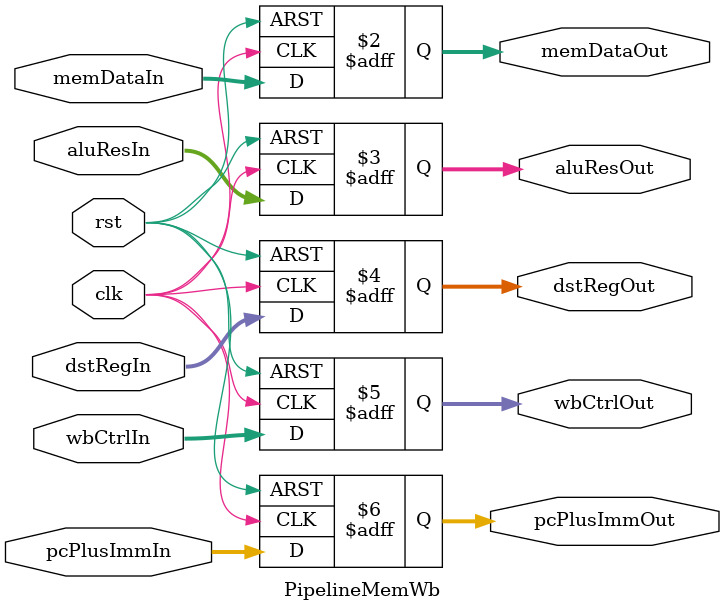
<source format=v>
module PipelineMemWb(
    input clk, input rst,
    input [31:0] memDataIn,
    input [31:0] aluResIn,
    input [5:0] dstRegIn,
    input [2:0] wbCtrlIn,
    input  [31:0] pcPlusImmIn,
    output reg [31:0] memDataOut,
    output reg [31:0] aluResOut,
    output reg [5:0] dstRegOut,
    output reg [2:0] wbCtrlOut,
    output reg [31:0] pcPlusImmOut
);
    always @(negedge clk or posedge rst) begin
        if (rst) begin
            memDataOut <= 0; aluResOut <= 0; dstRegOut <= 0; wbCtrlOut <= 0; pcPlusImmOut <= 0;
        end else begin
            memDataOut <= memDataIn;
            aluResOut <= aluResIn;
            dstRegOut <= dstRegIn;
            wbCtrlOut <= wbCtrlIn;
            pcPlusImmOut <= pcPlusImmIn;
        end
    end
endmodule
</source>
